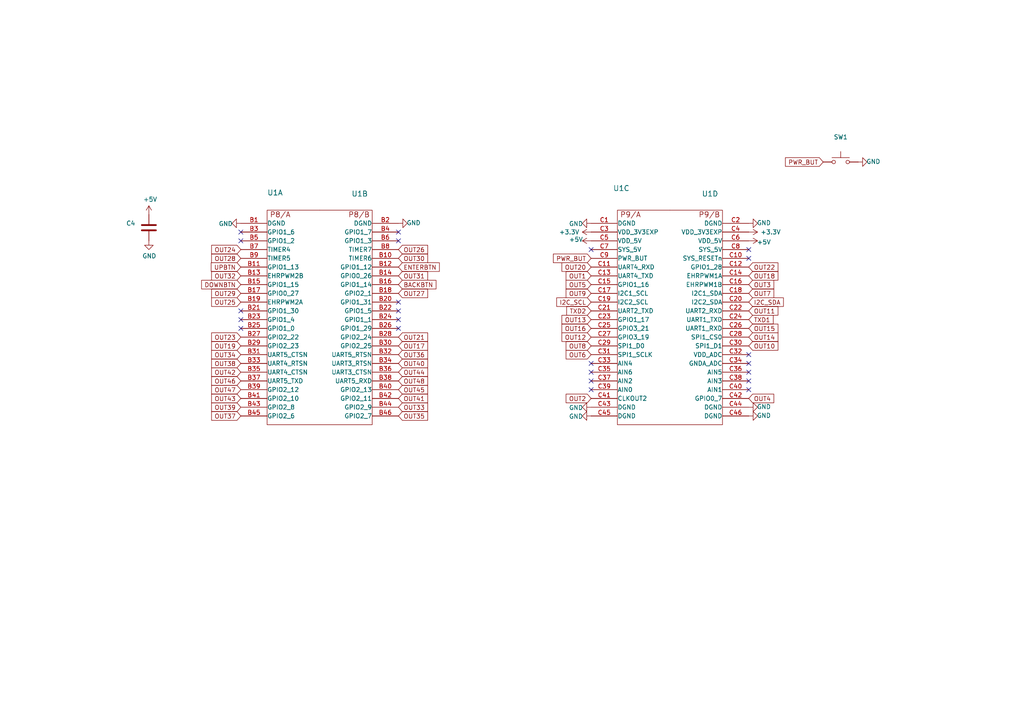
<source format=kicad_sch>
(kicad_sch (version 20211123) (generator eeschema)
  (paper "A4")
  (title_block (title "BBB 16 Flex") (date "2021-05-12") (rev "v2") (company "Scott Hanson"))
  (lib_symbols
    (symbol "Device:C" (pin_numbers hide) (pin_names (offset 0.254))
      (property "Reference" "C" (at 0.635 2.54 0))
      (property "Value" "C" (at 0.635 -2.54 0))
      (symbol "C_0_1"
        (polyline (pts (xy -2.032 -0.762) (xy 2.032 -0.762)) (stroke (width 0.508)))
        (polyline (pts (xy -2.032 0.762) (xy 2.032 0.762)) (stroke (width 0.508)))
      )
      (symbol "C_1_1"
        (pin passive line (at 0 3.81 270) (length 2.794) (name "~") (number "1"))
        (pin passive line (at 0 -3.81 90) (length 2.794) (name "~") (number "2"))
      )
    )
    (symbol "Switch:SW_Push" (pin_numbers hide) (pin_names (offset 1.016) hide)
      (property "Reference" "SW" (at 1.27 2.54 0))
      (property "Value" "SW_Push" (at 0 -1.524 0))
      (symbol "SW_Push_0_1"
        (circle (center -2.032 0) (radius 0.508))
        (polyline (pts (xy 0 1.27) (xy 0 3.048)))
        (polyline (pts (xy 2.54 1.27) (xy -2.54 1.27)))
        (circle (center 2.032 0) (radius 0.508))
        (pin passive line (at -5.08 0 0) (length 2.54) (name "1") (number "1"))
        (pin passive line (at 5.08 0 180) (length 2.54) (name "2") (number "2"))
      )
    )
    (symbol "beagleboneblack:BEAGLEBONEBLACK" (pin_names (offset 0.0254))
      (property "Reference" "U" (at -3.81 31.75 0))
      (property "Value" "beagleboneblack_BEAGLEBONEBLACK" (at 1.27 -33.02 0))
      (symbol "BEAGLEBONEBLACK_0_1"
        (polyline (pts (xy 8.89 30.48) (xy -6.35 30.48) (xy -6.35 -31.75) (xy 8.89 -31.75)))
      )
      (symbol "BEAGLEBONEBLACK_1_1"
        (text "P8/A" (at -2.54 29.21 0) (effects (font (size 1.524 1.524))))
        (pin power_out line (at -13.97 26.67 0) (length 7.62) (name "DGND") (number "B1"))
        (pin bidirectional line (at -13.97 13.97 0) (length 7.62) (name "GPIO1_13") (number "B11"))
        (pin bidirectional line (at -13.97 11.43 0) (length 7.62) (name "EHRPWM2B") (number "B13"))
        (pin bidirectional line (at -13.97 8.89 0) (length 7.62) (name "GPIO1_15") (number "B15"))
        (pin bidirectional line (at -13.97 6.35 0) (length 7.62) (name "GPIO0_27") (number "B17"))
        (pin bidirectional line (at -13.97 3.81 0) (length 7.62) (name "EHRPWM2A") (number "B19"))
        (pin bidirectional line (at -13.97 1.27 0) (length 7.62) (name "GPIO1_30") (number "B21"))
        (pin bidirectional line (at -13.97 -1.27 0) (length 7.62) (name "GPIO1_4") (number "B23"))
        (pin bidirectional line (at -13.97 -3.81 0) (length 7.62) (name "GPIO1_0") (number "B25"))
        (pin bidirectional line (at -13.97 -6.35 0) (length 7.62) (name "GPIO2_22") (number "B27"))
        (pin bidirectional line (at -13.97 -8.89 0) (length 7.62) (name "GPIO2_23") (number "B29"))
        (pin bidirectional line (at -13.97 24.13 0) (length 7.62) (name "GPIO1_6") (number "B3"))
        (pin bidirectional line (at -13.97 -11.43 0) (length 7.62) (name "UART5_CTSN") (number "B31"))
        (pin bidirectional line (at -13.97 -13.97 0) (length 7.62) (name "UART4_RTSN") (number "B33"))
        (pin bidirectional line (at -13.97 -16.51 0) (length 7.62) (name "UART4_CTSN") (number "B35"))
        (pin bidirectional line (at -13.97 -19.05 0) (length 7.62) (name "UART5_TXD") (number "B37"))
        (pin bidirectional line (at -13.97 -21.59 0) (length 7.62) (name "GPIO2_12") (number "B39"))
        (pin bidirectional line (at -13.97 -24.13 0) (length 7.62) (name "GPIO2_10") (number "B41"))
        (pin bidirectional line (at -13.97 -26.67 0) (length 7.62) (name "GPIO2_8") (number "B43"))
        (pin bidirectional line (at -13.97 -29.21 0) (length 7.62) (name "GPIO2_6") (number "B45"))
        (pin bidirectional line (at -13.97 21.59 0) (length 7.62) (name "GPIO1_2") (number "B5"))
        (pin bidirectional line (at -13.97 19.05 0) (length 7.62) (name "TIMER4") (number "B7"))
        (pin bidirectional line (at -13.97 16.51 0) (length 7.62) (name "TIMER5") (number "B9"))
      )
      (symbol "BEAGLEBONEBLACK_2_1"
        (text "P8/B" (at -2.54 29.21 0) (effects (font (size 1.524 1.524))))
        (pin bidirectional line (at -13.97 16.51 0) (length 7.62) (name "TIMER6") (number "B10"))
        (pin bidirectional line (at -13.97 13.97 0) (length 7.62) (name "GPIO1_12") (number "B12"))
        (pin bidirectional line (at -13.97 11.43 0) (length 7.62) (name "GPIO0_26") (number "B14"))
        (pin bidirectional line (at -13.97 8.89 0) (length 7.62) (name "GPIO1_14") (number "B16"))
        (pin bidirectional line (at -13.97 6.35 0) (length 7.62) (name "GPIO2_1") (number "B18"))
        (pin power_out line (at -13.97 26.67 0) (length 7.62) (name "DGND") (number "B2"))
        (pin bidirectional line (at -13.97 3.81 0) (length 7.62) (name "GPIO1_31") (number "B20"))
        (pin bidirectional line (at -13.97 1.27 0) (length 7.62) (name "GPIO1_5") (number "B22"))
        (pin bidirectional line (at -13.97 -1.27 0) (length 7.62) (name "GPIO1_1") (number "B24"))
        (pin bidirectional line (at -13.97 -3.81 0) (length 7.62) (name "GPIO1_29") (number "B26"))
        (pin bidirectional line (at -13.97 -6.35 0) (length 7.62) (name "GPIO2_24") (number "B28"))
        (pin bidirectional line (at -13.97 -8.89 0) (length 7.62) (name "GPIO2_25") (number "B30"))
        (pin bidirectional line (at -13.97 -11.43 0) (length 7.62) (name "UART5_RTSN") (number "B32"))
        (pin bidirectional line (at -13.97 -13.97 0) (length 7.62) (name "UART3_RTSN") (number "B34"))
        (pin bidirectional line (at -13.97 -16.51 0) (length 7.62) (name "UART3_CTSN") (number "B36"))
        (pin bidirectional line (at -13.97 -19.05 0) (length 7.62) (name "UART5_RXD") (number "B38"))
        (pin power_out line (at -13.97 24.13 0) (length 7.62) (name "GPIO1_7") (number "B4"))
        (pin bidirectional line (at -13.97 -21.59 0) (length 7.62) (name "GPIO2_13") (number "B40"))
        (pin bidirectional line (at -13.97 -24.13 0) (length 7.62) (name "GPIO2_11") (number "B42"))
        (pin bidirectional line (at -13.97 -26.67 0) (length 7.62) (name "GPIO2_9") (number "B44"))
        (pin bidirectional line (at -13.97 -29.21 0) (length 7.62) (name "GPIO2_7") (number "B46"))
        (pin power_out line (at -13.97 21.59 0) (length 7.62) (name "GPIO1_3") (number "B6"))
        (pin bidirectional line (at -13.97 19.05 0) (length 7.62) (name "TIMER7") (number "B8"))
      )
      (symbol "BEAGLEBONEBLACK_3_1"
        (text "P9/A" (at -2.54 29.21 0) (effects (font (size 1.524 1.524))))
        (pin power_in line (at -13.97 26.67 0) (length 7.62) (name "DGND") (number "C1"))
        (pin bidirectional line (at -13.97 13.97 0) (length 7.62) (name "UART4_RXD") (number "C11"))
        (pin bidirectional line (at -13.97 11.43 0) (length 7.62) (name "UART4_TXD") (number "C13"))
        (pin bidirectional line (at -13.97 8.89 0) (length 7.62) (name "GPIO1_16") (number "C15"))
        (pin bidirectional line (at -13.97 6.35 0) (length 7.62) (name "I2C1_SCL") (number "C17"))
        (pin bidirectional line (at -13.97 3.81 0) (length 7.62) (name "I2C2_SCL") (number "C19"))
        (pin bidirectional line (at -13.97 1.27 0) (length 7.62) (name "UART2_TXD") (number "C21"))
        (pin bidirectional line (at -13.97 -1.27 0) (length 7.62) (name "GPIO1_17") (number "C23"))
        (pin bidirectional line (at -13.97 -3.81 0) (length 7.62) (name "GPIO3_21") (number "C25"))
        (pin bidirectional line (at -13.97 -6.35 0) (length 7.62) (name "GPIO3_19") (number "C27"))
        (pin bidirectional line (at -13.97 -8.89 0) (length 7.62) (name "SPI1_D0") (number "C29"))
        (pin power_out line (at -13.97 24.13 0) (length 7.62) (name "VDD_3V3EXP") (number "C3"))
        (pin bidirectional line (at -13.97 -11.43 0) (length 7.62) (name "SPI1_SCLK") (number "C31"))
        (pin bidirectional line (at -13.97 -13.97 0) (length 7.62) (name "AIN4") (number "C33"))
        (pin bidirectional line (at -13.97 -16.51 0) (length 7.62) (name "AIN6") (number "C35"))
        (pin bidirectional line (at -13.97 -19.05 0) (length 7.62) (name "AIN2") (number "C37"))
        (pin bidirectional line (at -13.97 -21.59 0) (length 7.62) (name "AIN0") (number "C39"))
        (pin bidirectional line (at -13.97 -24.13 0) (length 7.62) (name "CLKOUT2") (number "C41"))
        (pin bidirectional line (at -13.97 -26.67 0) (length 7.62) (name "DGND") (number "C43"))
        (pin bidirectional line (at -13.97 -29.21 0) (length 7.62) (name "DGND") (number "C45"))
        (pin power_out line (at -13.97 21.59 0) (length 7.62) (name "VDD_5V") (number "C5"))
        (pin bidirectional line (at -13.97 19.05 0) (length 7.62) (name "SYS_5V") (number "C7"))
        (pin bidirectional line (at -13.97 16.51 0) (length 7.62) (name "PWR_BUT") (number "C9"))
      )
      (symbol "BEAGLEBONEBLACK_4_1"
        (text "P9/B" (at -2.54 29.21 0) (effects (font (size 1.524 1.524))))
        (pin bidirectional line (at -13.97 16.51 0) (length 7.62) (name "SYS_RESETn") (number "C10"))
        (pin bidirectional line (at -13.97 13.97 0) (length 7.62) (name "GPIO1_28") (number "C12"))
        (pin bidirectional line (at -13.97 11.43 0) (length 7.62) (name "EHRPWM1A") (number "C14"))
        (pin bidirectional line (at -13.97 8.89 0) (length 7.62) (name "EHRPWM1B") (number "C16"))
        (pin bidirectional line (at -13.97 6.35 0) (length 7.62) (name "I2C1_SDA") (number "C18"))
        (pin power_in line (at -13.97 26.67 0) (length 7.62) (name "DGND") (number "C2"))
        (pin bidirectional line (at -13.97 3.81 0) (length 7.62) (name "I2C2_SDA") (number "C20"))
        (pin bidirectional line (at -13.97 1.27 0) (length 7.62) (name "UART2_RXD") (number "C22"))
        (pin bidirectional line (at -13.97 -1.27 0) (length 7.62) (name "UART1_TXD") (number "C24"))
        (pin bidirectional line (at -13.97 -3.81 0) (length 7.62) (name "UART1_RXD") (number "C26"))
        (pin bidirectional line (at -13.97 -6.35 0) (length 7.62) (name "SPI1_CS0") (number "C28"))
        (pin bidirectional line (at -13.97 -8.89 0) (length 7.62) (name "SPI1_D1") (number "C30"))
        (pin power_out line (at -13.97 -11.43 0) (length 7.62) (name "VDD_ADC") (number "C32"))
        (pin power_out line (at -13.97 -13.97 0) (length 7.62) (name "GNDA_ADC") (number "C34"))
        (pin bidirectional line (at -13.97 -16.51 0) (length 7.62) (name "AIN5") (number "C36"))
        (pin bidirectional line (at -13.97 -19.05 0) (length 7.62) (name "AIN3") (number "C38"))
        (pin power_out line (at -13.97 24.13 0) (length 7.62) (name "VDD_3V3EXP") (number "C4"))
        (pin bidirectional line (at -13.97 -21.59 0) (length 7.62) (name "AIN1") (number "C40"))
        (pin power_out line (at -13.97 -24.13 0) (length 7.62) (name "GPIO0_7") (number "C42"))
        (pin bidirectional line (at -13.97 -26.67 0) (length 7.62) (name "DGND") (number "C44"))
        (pin bidirectional line (at -13.97 -29.21 0) (length 7.62) (name "DGND") (number "C46"))
        (pin power_out line (at -13.97 21.59 0) (length 7.62) (name "VDD_5V") (number "C6"))
        (pin bidirectional line (at -13.97 19.05 0) (length 7.62) (name "SYS_5V") (number "C8"))
      )
    )
    (symbol "power:+3.3V" (power) (pin_names (offset 0))
      (property "Value" "+3.3V" (at 0 3.556 0))
      (symbol "+3.3V_0_1"
        (polyline (pts (xy -0.762 1.27) (xy 0 2.54)))
        (polyline (pts (xy 0 0) (xy 0 2.54)))
        (polyline (pts (xy 0 2.54) (xy 0.762 1.27)))
      )
      (symbol "+3.3V_1_1"
        (pin power_in line (at 0 0 90) (length 0) hide (name "+3.3V") (number "1"))
      )
    )
    (symbol "power:+5V" (power) (pin_names (offset 0))
      (property "Value" "+5V" (at 0 3.556 0))
      (symbol "+5V_0_1"
        (polyline (pts (xy -0.762 1.27) (xy 0 2.54)))
        (polyline (pts (xy 0 0) (xy 0 2.54)))
        (polyline (pts (xy 0 2.54) (xy 0.762 1.27)))
      )
      (symbol "+5V_1_1"
        (pin power_in line (at 0 0 90) (length 0) hide (name "+5V") (number "1"))
      )
    )
    (symbol "power:GND" (power) (pin_names (offset 0))
      (property "Value" "GND" (at 0 -3.81 0))
      (symbol "GND_0_1"
        (polyline (pts (xy 0 0) (xy 0 -1.27) (xy 1.27 -1.27) (xy 0 -2.54) (xy -1.27 -1.27) (xy 0 -1.27)))
      )
      (symbol "GND_1_1"
        (pin power_in line (at 0 0 270) (length 0) hide (name "GND") (number "1"))
      )
    )
  )
  (no_connect (at 217.17 105.41))
  (no_connect (at 69.85 69.85))
  (no_connect (at 217.17 113.03))
  (no_connect (at 69.85 92.71))
  (no_connect (at 171.45 113.03))
  (no_connect (at 69.85 90.17))
  (no_connect (at 115.57 87.63))
  (no_connect (at 115.57 69.85))
  (no_connect (at 115.57 90.17))
  (no_connect (at 217.17 102.87))
  (no_connect (at 217.17 110.49))
  (no_connect (at 171.45 110.49))
  (no_connect (at 115.57 95.25))
  (no_connect (at 69.85 95.25))
  (no_connect (at 171.45 107.95))
  (no_connect (at 217.17 107.95))
  (no_connect (at 171.45 72.39))
  (no_connect (at 115.57 92.71))
  (no_connect (at 115.57 67.31))
  (no_connect (at 171.45 105.41))
  (no_connect (at 69.85 67.31))
  (no_connect (at 217.17 72.39))
  (no_connect (at 217.17 74.93))
  (global_label "OUT35" (shape input) (at 115.57 120.65 0) (property "Intersheet References" "${INTERSHEET_REFS}" (effects hide)))
  (global_label "OUT12" (shape input) (at 171.45 97.79 180) (property "Intersheet References" "${INTERSHEET_REFS}" (effects hide)))
  (global_label "OUT10" (shape input) (at 217.17 100.33 0) (property "Intersheet References" "${INTERSHEET_REFS}" (effects hide)))
  (global_label "OUT38" (shape input) (at 69.85 105.41 180) (property "Intersheet References" "${INTERSHEET_REFS}" (effects hide)))
  (global_label "OUT36" (shape input) (at 115.57 102.87 0) (property "Intersheet References" "${INTERSHEET_REFS}" (effects hide)))
  (global_label "OUT20" (shape input) (at 171.45 77.47 180) (property "Intersheet References" "${INTERSHEET_REFS}" (effects hide)))
  (global_label "OUT18" (shape input) (at 217.17 80.01 0) (property "Intersheet References" "${INTERSHEET_REFS}" (effects hide)))
  (global_label "OUT31" (shape input) (at 115.57 80.01 0) (property "Intersheet References" "${INTERSHEET_REFS}" (effects hide)))
  (global_label "OUT16" (shape input) (at 171.45 95.25 180) (property "Intersheet References" "${INTERSHEET_REFS}" (effects hide)))
  (global_label "OUT28" (shape input) (at 69.85 74.93 180) (property "Intersheet References" "${INTERSHEET_REFS}" (effects hide)))
  (global_label "OUT24" (shape input) (at 69.85 72.39 180) (property "Intersheet References" "${INTERSHEET_REFS}" (effects hide)))
  (global_label "OUT27" (shape input) (at 115.57 85.09 0) (property "Intersheet References" "${INTERSHEET_REFS}" (effects hide)))
  (global_label "OUT14" (shape input) (at 217.17 97.79 0) (property "Intersheet References" "${INTERSHEET_REFS}" (effects hide)))
  (global_label "OUT19" (shape input) (at 69.85 100.33 180) (property "Intersheet References" "${INTERSHEET_REFS}" (effects hide)))
  (global_label "I2C_SDA" (shape input) (at 217.17 87.63 0) (property "Intersheet References" "${INTERSHEET_REFS}" (effects hide)))
  (global_label "OUT39" (shape input) (at 69.85 118.11 180) (property "Intersheet References" "${INTERSHEET_REFS}" (effects hide)))
  (global_label "OUT5" (shape input) (at 171.45 82.55 180) (property "Intersheet References" "${INTERSHEET_REFS}" (effects hide)))
  (global_label "OUT48" (shape input) (at 115.57 110.49 0) (property "Intersheet References" "${INTERSHEET_REFS}" (effects hide)))
  (global_label "OUT7" (shape input) (at 217.17 85.09 0) (property "Intersheet References" "${INTERSHEET_REFS}" (effects hide)))
  (global_label "OUT43" (shape input) (at 69.85 115.57 180) (property "Intersheet References" "${INTERSHEET_REFS}" (effects hide)))
  (global_label "OUT13" (shape input) (at 171.45 92.71 180) (property "Intersheet References" "${INTERSHEET_REFS}" (effects hide)))
  (global_label "OUT40" (shape input) (at 115.57 105.41 0) (property "Intersheet References" "${INTERSHEET_REFS}" (effects hide)))
  (global_label "OUT42" (shape input) (at 69.85 107.95 180) (property "Intersheet References" "${INTERSHEET_REFS}" (effects hide)))
  (global_label "OUT6" (shape input) (at 171.45 102.87 180) (property "Intersheet References" "${INTERSHEET_REFS}" (effects hide)))
  (global_label "OUT4" (shape input) (at 217.17 115.57 0) (property "Intersheet References" "${INTERSHEET_REFS}" (effects hide)))
  (global_label "OUT9" (shape input) (at 171.45 85.09 180) (property "Intersheet References" "${INTERSHEET_REFS}" (effects hide)))
  (global_label "OUT46" (shape input) (at 69.85 110.49 180) (property "Intersheet References" "${INTERSHEET_REFS}" (effects hide)))
  (global_label "OUT41" (shape input) (at 115.57 115.57 0) (property "Intersheet References" "${INTERSHEET_REFS}" (effects hide)))
  (global_label "OUT23" (shape input) (at 69.85 97.79 180) (property "Intersheet References" "${INTERSHEET_REFS}" (effects hide)))
  (global_label "I2C_SCL" (shape input) (at 171.45 87.63 180) (property "Intersheet References" "${INTERSHEET_REFS}" (effects hide)))
  (global_label "BACKBTN" (shape input) (at 115.57 82.55 0) (property "Intersheet References" "${INTERSHEET_REFS}" (effects hide)))
  (global_label "OUT32" (shape input) (at 69.85 80.01 180) (property "Intersheet References" "${INTERSHEET_REFS}" (effects hide)))
  (global_label "OUT22" (shape input) (at 217.17 77.47 0) (property "Intersheet References" "${INTERSHEET_REFS}" (effects hide)))
  (global_label "OUT8" (shape input) (at 171.45 100.33 180) (property "Intersheet References" "${INTERSHEET_REFS}" (effects hide)))
  (global_label "OUT47" (shape input) (at 69.85 113.03 180) (property "Intersheet References" "${INTERSHEET_REFS}" (effects hide)))
  (global_label "TXD1" (shape input) (at 217.17 92.71 0) (property "Intersheet References" "${INTERSHEET_REFS}" (effects hide)))
  (global_label "OUT21" (shape input) (at 115.57 97.79 0) (property "Intersheet References" "${INTERSHEET_REFS}" (effects hide)))
  (global_label "OUT37" (shape input) (at 69.85 120.65 180) (property "Intersheet References" "${INTERSHEET_REFS}" (effects hide)))
  (global_label "OUT11" (shape input) (at 217.17 90.17 0) (property "Intersheet References" "${INTERSHEET_REFS}" (effects hide)))
  (global_label "OUT15" (shape input) (at 217.17 95.25 0) (property "Intersheet References" "${INTERSHEET_REFS}" (effects hide)))
  (global_label "OUT34" (shape input) (at 69.85 102.87 180) (property "Intersheet References" "${INTERSHEET_REFS}" (effects hide)))
  (global_label "OUT17" (shape input) (at 115.57 100.33 0) (property "Intersheet References" "${INTERSHEET_REFS}" (effects hide)))
  (global_label "TXD2" (shape input) (at 171.45 90.17 180) (property "Intersheet References" "${INTERSHEET_REFS}" (effects hide)))
  (global_label "OUT29" (shape input) (at 69.85 85.09 180) (property "Intersheet References" "${INTERSHEET_REFS}" (effects hide)))
  (global_label "OUT45" (shape input) (at 115.57 113.03 0) (property "Intersheet References" "${INTERSHEET_REFS}" (effects hide)))
  (global_label "ENTERBTN" (shape input) (at 115.57 77.47 0) (property "Intersheet References" "${INTERSHEET_REFS}" (effects hide)))
  (global_label "OUT26" (shape input) (at 115.57 72.39 0) (property "Intersheet References" "${INTERSHEET_REFS}" (effects hide)))
  (global_label "OUT33" (shape input) (at 115.57 118.11 0) (property "Intersheet References" "${INTERSHEET_REFS}" (effects hide)))
  (global_label "PWR_BUT" (shape input) (at 171.45 74.93 180) (property "Intersheet References" "${INTERSHEET_REFS}" (effects hide)))
  (global_label "OUT44" (shape input) (at 115.57 107.95 0) (property "Intersheet References" "${INTERSHEET_REFS}" (effects hide)))
  (global_label "DOWNBTN" (shape input) (at 69.85 82.55 180) (property "Intersheet References" "${INTERSHEET_REFS}" (effects hide)))
  (global_label "OUT2" (shape input) (at 171.45 115.57 180) (property "Intersheet References" "${INTERSHEET_REFS}" (effects hide)))
  (global_label "UPBTN" (shape input) (at 69.85 77.47 180) (property "Intersheet References" "${INTERSHEET_REFS}" (effects hide)))
  (global_label "OUT30" (shape input) (at 115.57 74.93 0) (property "Intersheet References" "${INTERSHEET_REFS}" (effects hide)))
  (global_label "OUT1" (shape input) (at 171.45 80.01 180) (property "Intersheet References" "${INTERSHEET_REFS}" (effects hide)))
  (global_label "OUT25" (shape input) (at 69.85 87.63 180) (property "Intersheet References" "${INTERSHEET_REFS}" (effects hide)))
  (global_label "PWR_BUT" (shape input) (at 238.76 46.99 180) (property "Intersheet References" "${INTERSHEET_REFS}" (effects hide)))
  (global_label "OUT3" (shape input) (at 217.17 82.55 0) (property "Intersheet References" "${INTERSHEET_REFS}" (effects hide)))
  (symbol (lib_id "Device:C") (at 43.18 66.04 0) (unit 1)
    (property "Reference" "C4" (at 36.576 64.77 0) (effects (justify left)))
    (property "Digi-Key_PN" "1276-1007-1-ND" (effects hide))
    (property "MPN" "CL21F104ZBCNNNC" (effects hide))
    (property "LCSC" "C49678" (effects hide))
  )
  (symbol (lib_id "power:GND") (at 43.18 69.85 0) (unit 1)
    (property "Reference" "#PWR032" (effects hide))
  )
  (symbol (lib_id "power:+5V") (at 43.18 62.23 0) (unit 1)
    (property "Reference" "#PWR034" (effects hide))
  )
  (symbol (lib_id "beagleboneblack:BEAGLEBONEBLACK") (at 83.82 91.44 0) (unit 1)
    (property "Reference" "U1" (at 77.47 55.88 0) (effects (font (size 1.524 1.524)) (justify left)))
  )
  (symbol (lib_id "beagleboneblack:BEAGLEBONEBLACK") (at 101.6 91.44 0) (mirror y) (unit 2)
    (property "Reference" "U1" (at 104.3432 56.2102 0) (effects (font (size 1.524 1.524))))
  )
  (symbol (lib_id "beagleboneblack:BEAGLEBONEBLACK") (at 185.42 91.44 0) (unit 3)
    (property "Reference" "U1" (at 177.8 54.61 0) (effects (font (size 1.524 1.524)) (justify left)))
  )
  (symbol (lib_id "beagleboneblack:BEAGLEBONEBLACK") (at 203.2 91.44 0) (mirror y) (unit 4)
    (property "Reference" "U1" (at 205.9432 56.2102 0) (effects (font (size 1.524 1.524))))
  )
  (symbol (lib_id "power:GND") (at 115.57 64.77 90) (unit 1)
    (property "Reference" "#PWR0113" (effects hide))
  )
  (symbol (lib_id "power:GND") (at 69.85 64.77 270) (unit 1)
    (property "Reference" "#PWR0114" (effects hide))
  )
  (symbol (lib_id "power:GND") (at 217.17 64.77 90) (unit 1)
    (property "Reference" "#PWR0115" (effects hide))
  )
  (symbol (lib_id "power:GND") (at 217.17 120.65 90) (unit 1)
    (property "Reference" "#PWR0116" (effects hide))
  )
  (symbol (lib_id "power:GND") (at 217.17 118.11 90) (unit 1)
    (property "Reference" "#PWR0117" (effects hide))
  )
  (symbol (lib_id "power:GND") (at 171.45 120.65 270) (unit 1)
    (property "Reference" "#PWR0118" (effects hide))
  )
  (symbol (lib_id "power:GND") (at 171.45 118.11 270) (unit 1)
    (property "Reference" "#PWR0119" (effects hide))
  )
  (symbol (lib_id "power:GND") (at 171.45 64.77 270) (unit 1)
    (property "Reference" "#PWR0120" (effects hide))
  )
  (symbol (lib_id "Switch:SW_Push") (at 243.84 46.99 0) (unit 1)
    (property "Reference" "SW1" (at 243.84 39.751 0))
    (property "Digi-Key_PN" "450-1650-ND" (effects hide))
    (property "MPN" "1825910-6" (effects hide))
  )
  (symbol (lib_id "power:+5V") (at 217.17 69.85 270) (unit 1)
    (property "Reference" "#PWR0123" (effects hide))
  )
  (symbol (lib_id "power:+5V") (at 171.45 69.85 90) (unit 1)
    (property "Reference" "#PWR0121" (effects hide))
  )
  (symbol (lib_id "power:+3.3V") (at 171.45 67.31 90) (unit 1)
    (property "Reference" "#PWR0122" (effects hide))
  )
  (symbol (lib_id "power:+3.3V") (at 217.17 67.31 270) (unit 1)
    (property "Reference" "#PWR0124" (effects hide))
  )
  (symbol (lib_id "power:GND") (at 248.92 46.99 90) (unit 1)
    (property "Reference" "#PWR0125" (effects hide))
  )
)
</source>
